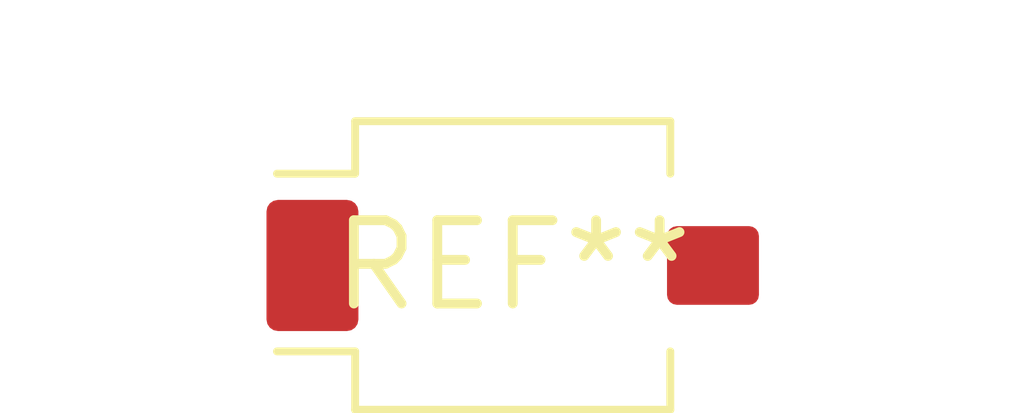
<source format=kicad_pcb>
(kicad_pcb (version 20240108) (generator pcbnew)
  (layers (0 "F.Cu" signal) (31 "B.Cu" signal) (34 "B.Paste" user) (35 "F.Paste" user) (36 "B.SilkS" user "B.Silkscreen") (37 "F.SilkS" user "F.Silkscreen") (38 "B.Mask" user) (39 "F.Mask" user) (44 "Edge.Cuts" user))
  (net 0 "")
  (footprint "Osram_SFH2430" (layer "F.Cu") (at 0 0)
    (property "Reference" "REF**")
    (property "Value" "Osram_SFH2430")
    (fp_line (start -3.59 1.31) (end -2.4 1.31) (layer "F.SilkS") (stroke (width 0.12)))
    (fp_line (start -2.41 -1.4) (end -3.59 -1.4) (layer "F.SilkS") (stroke (width 0.12)))
    (fp_line (start -2.4 -2.2) (end -2.4 -1.4) (layer "F.SilkS") (stroke (width 0.12)))
    (fp_line (start -2.4 1.31) (end -2.4 2.2) (layer "F.SilkS") (stroke (width 0.12)))
    (fp_line (start -2.4 2.2) (end 2.4 2.2) (layer "F.SilkS") (stroke (width 0.12)))
    (fp_line (start 2.4 -2.2) (end -2.4 -2.2) (layer "F.SilkS") (stroke (width 0.12)))
    (fp_line (start 2.4 -1.4) (end 2.4 -2.2) (layer "F.SilkS") (stroke (width 0.12)))
    (fp_line (start 2.4 2.2) (end 2.4 1.31) (layer "F.SilkS") (stroke (width 0.12)))
    (pad "1" smd roundrect (at -3.05 0 180) (size 1.4 2) (layers "F.Cu" "F.Mask") (roundrect_rratio 0.125))
    (pad "2" smd roundrect (at 3.05 0 180) (size 1.4 1.2) (layers "F.Cu" "F.Mask") (roundrect_rratio 0.125))
  )
)
</source>
